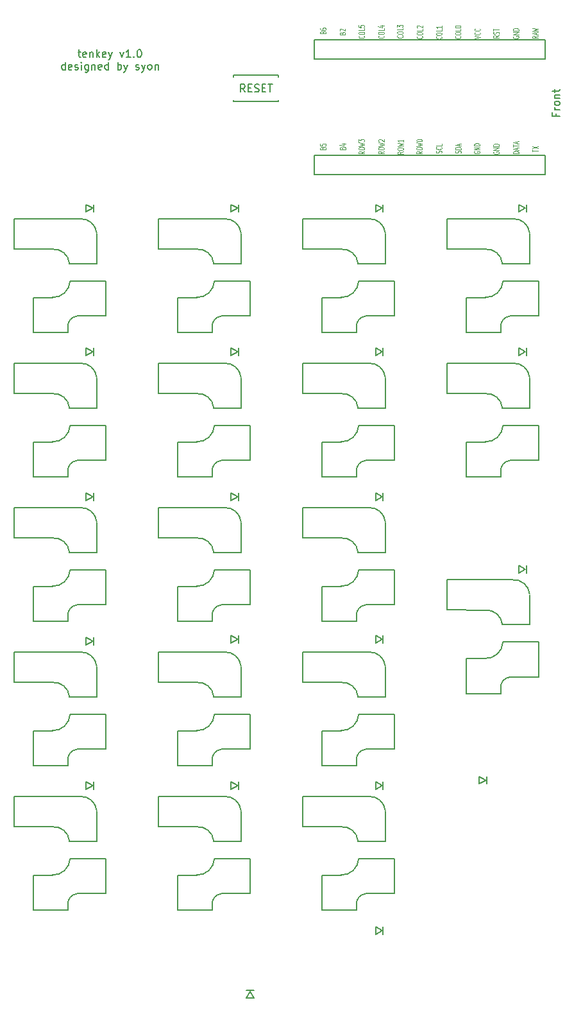
<source format=gto>
G04 #@! TF.GenerationSoftware,KiCad,Pcbnew,(5.1.2-1)-1*
G04 #@! TF.CreationDate,2019-06-16T18:53:01+09:00*
G04 #@! TF.ProjectId,tenkey,74656e6b-6579-42e6-9b69-6361645f7063,rev?*
G04 #@! TF.SameCoordinates,Original*
G04 #@! TF.FileFunction,Legend,Top*
G04 #@! TF.FilePolarity,Positive*
%FSLAX46Y46*%
G04 Gerber Fmt 4.6, Leading zero omitted, Abs format (unit mm)*
G04 Created by KiCad (PCBNEW (5.1.2-1)-1) date 2019-06-16 18:53:01*
%MOMM*%
%LPD*%
G04 APERTURE LIST*
%ADD10C,0.150000*%
%ADD11C,0.125000*%
G04 APERTURE END LIST*
D10*
X60761904Y-47410714D02*
X61142857Y-47410714D01*
X60904761Y-47077380D02*
X60904761Y-47934523D01*
X60952380Y-48029761D01*
X61047619Y-48077380D01*
X61142857Y-48077380D01*
X61857142Y-48029761D02*
X61761904Y-48077380D01*
X61571428Y-48077380D01*
X61476190Y-48029761D01*
X61428571Y-47934523D01*
X61428571Y-47553571D01*
X61476190Y-47458333D01*
X61571428Y-47410714D01*
X61761904Y-47410714D01*
X61857142Y-47458333D01*
X61904761Y-47553571D01*
X61904761Y-47648809D01*
X61428571Y-47744047D01*
X62333333Y-47410714D02*
X62333333Y-48077380D01*
X62333333Y-47505952D02*
X62380952Y-47458333D01*
X62476190Y-47410714D01*
X62619047Y-47410714D01*
X62714285Y-47458333D01*
X62761904Y-47553571D01*
X62761904Y-48077380D01*
X63238095Y-48077380D02*
X63238095Y-47077380D01*
X63333333Y-47696428D02*
X63619047Y-48077380D01*
X63619047Y-47410714D02*
X63238095Y-47791666D01*
X64428571Y-48029761D02*
X64333333Y-48077380D01*
X64142857Y-48077380D01*
X64047619Y-48029761D01*
X64000000Y-47934523D01*
X64000000Y-47553571D01*
X64047619Y-47458333D01*
X64142857Y-47410714D01*
X64333333Y-47410714D01*
X64428571Y-47458333D01*
X64476190Y-47553571D01*
X64476190Y-47648809D01*
X64000000Y-47744047D01*
X64809523Y-47410714D02*
X65047619Y-48077380D01*
X65285714Y-47410714D02*
X65047619Y-48077380D01*
X64952380Y-48315476D01*
X64904761Y-48363095D01*
X64809523Y-48410714D01*
X66333333Y-47410714D02*
X66571428Y-48077380D01*
X66809523Y-47410714D01*
X67714285Y-48077380D02*
X67142857Y-48077380D01*
X67428571Y-48077380D02*
X67428571Y-47077380D01*
X67333333Y-47220238D01*
X67238095Y-47315476D01*
X67142857Y-47363095D01*
X68142857Y-47982142D02*
X68190476Y-48029761D01*
X68142857Y-48077380D01*
X68095238Y-48029761D01*
X68142857Y-47982142D01*
X68142857Y-48077380D01*
X68809523Y-47077380D02*
X68904761Y-47077380D01*
X69000000Y-47125000D01*
X69047619Y-47172619D01*
X69095238Y-47267857D01*
X69142857Y-47458333D01*
X69142857Y-47696428D01*
X69095238Y-47886904D01*
X69047619Y-47982142D01*
X69000000Y-48029761D01*
X68904761Y-48077380D01*
X68809523Y-48077380D01*
X68714285Y-48029761D01*
X68666666Y-47982142D01*
X68619047Y-47886904D01*
X68571428Y-47696428D01*
X68571428Y-47458333D01*
X68619047Y-47267857D01*
X68666666Y-47172619D01*
X68714285Y-47125000D01*
X68809523Y-47077380D01*
X59071428Y-49727380D02*
X59071428Y-48727380D01*
X59071428Y-49679761D02*
X58976190Y-49727380D01*
X58785714Y-49727380D01*
X58690476Y-49679761D01*
X58642857Y-49632142D01*
X58595238Y-49536904D01*
X58595238Y-49251190D01*
X58642857Y-49155952D01*
X58690476Y-49108333D01*
X58785714Y-49060714D01*
X58976190Y-49060714D01*
X59071428Y-49108333D01*
X59928571Y-49679761D02*
X59833333Y-49727380D01*
X59642857Y-49727380D01*
X59547619Y-49679761D01*
X59500000Y-49584523D01*
X59500000Y-49203571D01*
X59547619Y-49108333D01*
X59642857Y-49060714D01*
X59833333Y-49060714D01*
X59928571Y-49108333D01*
X59976190Y-49203571D01*
X59976190Y-49298809D01*
X59500000Y-49394047D01*
X60357142Y-49679761D02*
X60452380Y-49727380D01*
X60642857Y-49727380D01*
X60738095Y-49679761D01*
X60785714Y-49584523D01*
X60785714Y-49536904D01*
X60738095Y-49441666D01*
X60642857Y-49394047D01*
X60500000Y-49394047D01*
X60404761Y-49346428D01*
X60357142Y-49251190D01*
X60357142Y-49203571D01*
X60404761Y-49108333D01*
X60500000Y-49060714D01*
X60642857Y-49060714D01*
X60738095Y-49108333D01*
X61214285Y-49727380D02*
X61214285Y-49060714D01*
X61214285Y-48727380D02*
X61166666Y-48775000D01*
X61214285Y-48822619D01*
X61261904Y-48775000D01*
X61214285Y-48727380D01*
X61214285Y-48822619D01*
X62119047Y-49060714D02*
X62119047Y-49870238D01*
X62071428Y-49965476D01*
X62023809Y-50013095D01*
X61928571Y-50060714D01*
X61785714Y-50060714D01*
X61690476Y-50013095D01*
X62119047Y-49679761D02*
X62023809Y-49727380D01*
X61833333Y-49727380D01*
X61738095Y-49679761D01*
X61690476Y-49632142D01*
X61642857Y-49536904D01*
X61642857Y-49251190D01*
X61690476Y-49155952D01*
X61738095Y-49108333D01*
X61833333Y-49060714D01*
X62023809Y-49060714D01*
X62119047Y-49108333D01*
X62595238Y-49060714D02*
X62595238Y-49727380D01*
X62595238Y-49155952D02*
X62642857Y-49108333D01*
X62738095Y-49060714D01*
X62880952Y-49060714D01*
X62976190Y-49108333D01*
X63023809Y-49203571D01*
X63023809Y-49727380D01*
X63880952Y-49679761D02*
X63785714Y-49727380D01*
X63595238Y-49727380D01*
X63500000Y-49679761D01*
X63452380Y-49584523D01*
X63452380Y-49203571D01*
X63500000Y-49108333D01*
X63595238Y-49060714D01*
X63785714Y-49060714D01*
X63880952Y-49108333D01*
X63928571Y-49203571D01*
X63928571Y-49298809D01*
X63452380Y-49394047D01*
X64785714Y-49727380D02*
X64785714Y-48727380D01*
X64785714Y-49679761D02*
X64690476Y-49727380D01*
X64500000Y-49727380D01*
X64404761Y-49679761D01*
X64357142Y-49632142D01*
X64309523Y-49536904D01*
X64309523Y-49251190D01*
X64357142Y-49155952D01*
X64404761Y-49108333D01*
X64500000Y-49060714D01*
X64690476Y-49060714D01*
X64785714Y-49108333D01*
X66023809Y-49727380D02*
X66023809Y-48727380D01*
X66023809Y-49108333D02*
X66119047Y-49060714D01*
X66309523Y-49060714D01*
X66404761Y-49108333D01*
X66452380Y-49155952D01*
X66500000Y-49251190D01*
X66500000Y-49536904D01*
X66452380Y-49632142D01*
X66404761Y-49679761D01*
X66309523Y-49727380D01*
X66119047Y-49727380D01*
X66023809Y-49679761D01*
X66833333Y-49060714D02*
X67071428Y-49727380D01*
X67309523Y-49060714D02*
X67071428Y-49727380D01*
X66976190Y-49965476D01*
X66928571Y-50013095D01*
X66833333Y-50060714D01*
X68404761Y-49679761D02*
X68500000Y-49727380D01*
X68690476Y-49727380D01*
X68785714Y-49679761D01*
X68833333Y-49584523D01*
X68833333Y-49536904D01*
X68785714Y-49441666D01*
X68690476Y-49394047D01*
X68547619Y-49394047D01*
X68452380Y-49346428D01*
X68404761Y-49251190D01*
X68404761Y-49203571D01*
X68452380Y-49108333D01*
X68547619Y-49060714D01*
X68690476Y-49060714D01*
X68785714Y-49108333D01*
X69166666Y-49060714D02*
X69404761Y-49727380D01*
X69642857Y-49060714D02*
X69404761Y-49727380D01*
X69309523Y-49965476D01*
X69261904Y-50013095D01*
X69166666Y-50060714D01*
X70166666Y-49727380D02*
X70071428Y-49679761D01*
X70023809Y-49632142D01*
X69976190Y-49536904D01*
X69976190Y-49251190D01*
X70023809Y-49155952D01*
X70071428Y-49108333D01*
X70166666Y-49060714D01*
X70309523Y-49060714D01*
X70404761Y-49108333D01*
X70452380Y-49155952D01*
X70500000Y-49251190D01*
X70500000Y-49536904D01*
X70452380Y-49632142D01*
X70404761Y-49679761D01*
X70309523Y-49727380D01*
X70166666Y-49727380D01*
X70928571Y-49060714D02*
X70928571Y-49727380D01*
X70928571Y-49155952D02*
X70976190Y-49108333D01*
X71071428Y-49060714D01*
X71214285Y-49060714D01*
X71309523Y-49108333D01*
X71357142Y-49203571D01*
X71357142Y-49727380D01*
X81250000Y-53950000D02*
X87250000Y-53950000D01*
X87250000Y-53950000D02*
X87250000Y-53700000D01*
X81250000Y-53950000D02*
X81250000Y-53700000D01*
X81250000Y-50450000D02*
X81250000Y-50700000D01*
X81250000Y-50450000D02*
X87250000Y-50450000D01*
X87250000Y-50450000D02*
X87250000Y-50700000D01*
X62750000Y-68000000D02*
X61850000Y-68500000D01*
X61850000Y-68500000D02*
X61850000Y-67500000D01*
X61850000Y-67500000D02*
X62750000Y-68000000D01*
X62850000Y-68500000D02*
X62850000Y-67500000D01*
X81950000Y-68500000D02*
X81950000Y-67500000D01*
X80950000Y-67500000D02*
X81850000Y-68000000D01*
X80950000Y-68500000D02*
X80950000Y-67500000D01*
X81850000Y-68000000D02*
X80950000Y-68500000D01*
X100950000Y-68000000D02*
X100050000Y-68500000D01*
X100050000Y-68500000D02*
X100050000Y-67500000D01*
X100050000Y-67500000D02*
X100950000Y-68000000D01*
X101050000Y-68500000D02*
X101050000Y-67500000D01*
X119850000Y-68000000D02*
X118950000Y-68500000D01*
X118950000Y-68500000D02*
X118950000Y-67500000D01*
X118950000Y-67500000D02*
X119850000Y-68000000D01*
X119950000Y-68500000D02*
X119950000Y-67500000D01*
X62750000Y-86960000D02*
X61850000Y-87460000D01*
X61850000Y-87460000D02*
X61850000Y-86460000D01*
X61850000Y-86460000D02*
X62750000Y-86960000D01*
X62850000Y-87460000D02*
X62850000Y-86460000D01*
X81950000Y-87460000D02*
X81950000Y-86460000D01*
X80950000Y-86460000D02*
X81850000Y-86960000D01*
X80950000Y-87460000D02*
X80950000Y-86460000D01*
X81850000Y-86960000D02*
X80950000Y-87460000D01*
X101050000Y-87460000D02*
X101050000Y-86460000D01*
X100050000Y-86460000D02*
X100950000Y-86960000D01*
X100050000Y-87460000D02*
X100050000Y-86460000D01*
X100950000Y-86960000D02*
X100050000Y-87460000D01*
X119950000Y-87460000D02*
X119950000Y-86460000D01*
X118950000Y-86460000D02*
X119850000Y-86960000D01*
X118950000Y-87460000D02*
X118950000Y-86460000D01*
X119850000Y-86960000D02*
X118950000Y-87460000D01*
X62750000Y-106080000D02*
X61850000Y-106580000D01*
X61850000Y-106580000D02*
X61850000Y-105580000D01*
X61850000Y-105580000D02*
X62750000Y-106080000D01*
X62850000Y-106580000D02*
X62850000Y-105580000D01*
X81950000Y-106580000D02*
X81950000Y-105580000D01*
X80950000Y-105580000D02*
X81850000Y-106080000D01*
X80950000Y-106580000D02*
X80950000Y-105580000D01*
X81850000Y-106080000D02*
X80950000Y-106580000D01*
X100950000Y-106080000D02*
X100050000Y-106580000D01*
X100050000Y-106580000D02*
X100050000Y-105580000D01*
X100050000Y-105580000D02*
X100950000Y-106080000D01*
X101050000Y-106580000D02*
X101050000Y-105580000D01*
X119950000Y-116100000D02*
X119950000Y-115100000D01*
X118950000Y-115100000D02*
X119850000Y-115600000D01*
X118950000Y-116100000D02*
X118950000Y-115100000D01*
X119850000Y-115600000D02*
X118950000Y-116100000D01*
X62750000Y-125130000D02*
X61850000Y-125630000D01*
X61850000Y-125630000D02*
X61850000Y-124630000D01*
X61850000Y-124630000D02*
X62750000Y-125130000D01*
X62850000Y-125630000D02*
X62850000Y-124630000D01*
X81950000Y-125376000D02*
X81950000Y-124376000D01*
X80950000Y-124376000D02*
X81850000Y-124876000D01*
X80950000Y-125376000D02*
X80950000Y-124376000D01*
X81850000Y-124876000D02*
X80950000Y-125376000D01*
X100950000Y-124876000D02*
X100050000Y-125376000D01*
X100050000Y-125376000D02*
X100050000Y-124376000D01*
X100050000Y-124376000D02*
X100950000Y-124876000D01*
X101050000Y-125376000D02*
X101050000Y-124376000D01*
X62850000Y-144680000D02*
X62850000Y-143680000D01*
X61850000Y-143680000D02*
X62750000Y-144180000D01*
X61850000Y-144680000D02*
X61850000Y-143680000D01*
X62750000Y-144180000D02*
X61850000Y-144680000D01*
X81850000Y-144180000D02*
X80950000Y-144680000D01*
X80950000Y-144680000D02*
X80950000Y-143680000D01*
X80950000Y-143680000D02*
X81850000Y-144180000D01*
X81950000Y-144680000D02*
X81950000Y-143680000D01*
X101050000Y-144680000D02*
X101050000Y-143680000D01*
X100050000Y-143680000D02*
X100950000Y-144180000D01*
X100050000Y-144680000D02*
X100050000Y-143680000D01*
X100950000Y-144180000D02*
X100050000Y-144680000D01*
X114650000Y-143450000D02*
X113750000Y-143950000D01*
X113750000Y-143950000D02*
X113750000Y-142950000D01*
X113750000Y-142950000D02*
X114650000Y-143450000D01*
X114750000Y-143950000D02*
X114750000Y-142950000D01*
X84000000Y-171200000D02*
X83000000Y-171200000D01*
X83000000Y-172200000D02*
X83500000Y-171300000D01*
X84000000Y-172200000D02*
X83000000Y-172200000D01*
X83500000Y-171300000D02*
X84000000Y-172200000D01*
X100950000Y-163300000D02*
X100050000Y-163800000D01*
X100050000Y-163800000D02*
X100050000Y-162800000D01*
X100050000Y-162800000D02*
X100950000Y-163300000D01*
X101050000Y-163800000D02*
X101050000Y-162800000D01*
X59430000Y-83700000D02*
X59430000Y-84400000D01*
X59430000Y-83650000D02*
G75*
G02X60650000Y-82230000I1320000J100000D01*
G01*
X59720000Y-77600000D02*
G75*
G02X57350000Y-79770000I-2270000J100000D01*
G01*
X64425000Y-77600000D02*
X64450000Y-82200000D01*
X54850000Y-79800000D02*
X54850000Y-84400000D01*
X60650000Y-82225000D02*
X64425000Y-82225000D01*
X59725000Y-77575000D02*
X64425000Y-77575000D01*
X54875000Y-79775000D02*
X57425000Y-79775000D01*
X54875000Y-84425000D02*
X59425000Y-84425000D01*
X59635000Y-75280000D02*
G75*
G03X57375000Y-73400000I-2070000J-190000D01*
G01*
X63239000Y-71280000D02*
G75*
G03X60975000Y-69396000I-2074000J-190000D01*
G01*
X52350000Y-73350000D02*
X57400000Y-73396000D01*
X52350000Y-73304000D02*
X52350000Y-69396000D01*
X52350000Y-69396000D02*
X60975000Y-69396000D01*
X63250000Y-71350000D02*
X63250000Y-75295000D01*
X63250000Y-75304000D02*
X59640000Y-75304000D01*
X78480000Y-83700000D02*
X78480000Y-84400000D01*
X78480000Y-83650000D02*
G75*
G02X79700000Y-82230000I1320000J100000D01*
G01*
X78770000Y-77600000D02*
G75*
G02X76400000Y-79770000I-2270000J100000D01*
G01*
X83475000Y-77600000D02*
X83500000Y-82200000D01*
X73900000Y-79800000D02*
X73900000Y-84400000D01*
X79700000Y-82225000D02*
X83475000Y-82225000D01*
X78775000Y-77575000D02*
X83475000Y-77575000D01*
X73925000Y-79775000D02*
X76475000Y-79775000D01*
X73925000Y-84425000D02*
X78475000Y-84425000D01*
X78685000Y-75280000D02*
G75*
G03X76425000Y-73400000I-2070000J-190000D01*
G01*
X82289000Y-71280000D02*
G75*
G03X80025000Y-69396000I-2074000J-190000D01*
G01*
X71400000Y-73350000D02*
X76450000Y-73396000D01*
X71400000Y-73304000D02*
X71400000Y-69396000D01*
X71400000Y-69396000D02*
X80025000Y-69396000D01*
X82300000Y-71350000D02*
X82300000Y-75295000D01*
X82300000Y-75304000D02*
X78690000Y-75304000D01*
X97530000Y-83700000D02*
X97530000Y-84400000D01*
X97530000Y-83650000D02*
G75*
G02X98750000Y-82230000I1320000J100000D01*
G01*
X97820000Y-77600000D02*
G75*
G02X95450000Y-79770000I-2270000J100000D01*
G01*
X102525000Y-77600000D02*
X102550000Y-82200000D01*
X92950000Y-79800000D02*
X92950000Y-84400000D01*
X98750000Y-82225000D02*
X102525000Y-82225000D01*
X97825000Y-77575000D02*
X102525000Y-77575000D01*
X92975000Y-79775000D02*
X95525000Y-79775000D01*
X92975000Y-84425000D02*
X97525000Y-84425000D01*
X97735000Y-75280000D02*
G75*
G03X95475000Y-73400000I-2070000J-190000D01*
G01*
X101339000Y-71280000D02*
G75*
G03X99075000Y-69396000I-2074000J-190000D01*
G01*
X90450000Y-73350000D02*
X95500000Y-73396000D01*
X90450000Y-73304000D02*
X90450000Y-69396000D01*
X90450000Y-69396000D02*
X99075000Y-69396000D01*
X101350000Y-71350000D02*
X101350000Y-75295000D01*
X101350000Y-75304000D02*
X97740000Y-75304000D01*
X116580000Y-83700000D02*
X116580000Y-84400000D01*
X116580000Y-83650000D02*
G75*
G02X117800000Y-82230000I1320000J100000D01*
G01*
X116870000Y-77600000D02*
G75*
G02X114500000Y-79770000I-2270000J100000D01*
G01*
X121575000Y-77600000D02*
X121600000Y-82200000D01*
X112000000Y-79800000D02*
X112000000Y-84400000D01*
X117800000Y-82225000D02*
X121575000Y-82225000D01*
X116875000Y-77575000D02*
X121575000Y-77575000D01*
X112025000Y-79775000D02*
X114575000Y-79775000D01*
X112025000Y-84425000D02*
X116575000Y-84425000D01*
X116785000Y-75280000D02*
G75*
G03X114525000Y-73400000I-2070000J-190000D01*
G01*
X120389000Y-71280000D02*
G75*
G03X118125000Y-69396000I-2074000J-190000D01*
G01*
X109500000Y-73350000D02*
X114550000Y-73396000D01*
X109500000Y-73304000D02*
X109500000Y-69396000D01*
X109500000Y-69396000D02*
X118125000Y-69396000D01*
X120400000Y-71350000D02*
X120400000Y-75295000D01*
X120400000Y-75304000D02*
X116790000Y-75304000D01*
X59430000Y-102750000D02*
X59430000Y-103450000D01*
X59430000Y-102700000D02*
G75*
G02X60650000Y-101280000I1320000J100000D01*
G01*
X59720000Y-96650000D02*
G75*
G02X57350000Y-98820000I-2270000J100000D01*
G01*
X64425000Y-96650000D02*
X64450000Y-101250000D01*
X54850000Y-98850000D02*
X54850000Y-103450000D01*
X60650000Y-101275000D02*
X64425000Y-101275000D01*
X59725000Y-96625000D02*
X64425000Y-96625000D01*
X54875000Y-98825000D02*
X57425000Y-98825000D01*
X54875000Y-103475000D02*
X59425000Y-103475000D01*
X59635000Y-94330000D02*
G75*
G03X57375000Y-92450000I-2070000J-190000D01*
G01*
X63239000Y-90330000D02*
G75*
G03X60975000Y-88446000I-2074000J-190000D01*
G01*
X52350000Y-92400000D02*
X57400000Y-92446000D01*
X52350000Y-92354000D02*
X52350000Y-88446000D01*
X52350000Y-88446000D02*
X60975000Y-88446000D01*
X63250000Y-90400000D02*
X63250000Y-94345000D01*
X63250000Y-94354000D02*
X59640000Y-94354000D01*
X78480000Y-102750000D02*
X78480000Y-103450000D01*
X78480000Y-102700000D02*
G75*
G02X79700000Y-101280000I1320000J100000D01*
G01*
X78770000Y-96650000D02*
G75*
G02X76400000Y-98820000I-2270000J100000D01*
G01*
X83475000Y-96650000D02*
X83500000Y-101250000D01*
X73900000Y-98850000D02*
X73900000Y-103450000D01*
X79700000Y-101275000D02*
X83475000Y-101275000D01*
X78775000Y-96625000D02*
X83475000Y-96625000D01*
X73925000Y-98825000D02*
X76475000Y-98825000D01*
X73925000Y-103475000D02*
X78475000Y-103475000D01*
X78685000Y-94330000D02*
G75*
G03X76425000Y-92450000I-2070000J-190000D01*
G01*
X82289000Y-90330000D02*
G75*
G03X80025000Y-88446000I-2074000J-190000D01*
G01*
X71400000Y-92400000D02*
X76450000Y-92446000D01*
X71400000Y-92354000D02*
X71400000Y-88446000D01*
X71400000Y-88446000D02*
X80025000Y-88446000D01*
X82300000Y-90400000D02*
X82300000Y-94345000D01*
X82300000Y-94354000D02*
X78690000Y-94354000D01*
X101350000Y-94354000D02*
X97740000Y-94354000D01*
X101350000Y-90400000D02*
X101350000Y-94345000D01*
X90450000Y-88446000D02*
X99075000Y-88446000D01*
X90450000Y-92354000D02*
X90450000Y-88446000D01*
X90450000Y-92400000D02*
X95500000Y-92446000D01*
X101339000Y-90330000D02*
G75*
G03X99075000Y-88446000I-2074000J-190000D01*
G01*
X97735000Y-94330000D02*
G75*
G03X95475000Y-92450000I-2070000J-190000D01*
G01*
X92975000Y-103475000D02*
X97525000Y-103475000D01*
X92975000Y-98825000D02*
X95525000Y-98825000D01*
X97825000Y-96625000D02*
X102525000Y-96625000D01*
X98750000Y-101275000D02*
X102525000Y-101275000D01*
X92950000Y-98850000D02*
X92950000Y-103450000D01*
X102525000Y-96650000D02*
X102550000Y-101250000D01*
X97820000Y-96650000D02*
G75*
G02X95450000Y-98820000I-2270000J100000D01*
G01*
X97530000Y-102700000D02*
G75*
G02X98750000Y-101280000I1320000J100000D01*
G01*
X97530000Y-102750000D02*
X97530000Y-103450000D01*
X116580000Y-102750000D02*
X116580000Y-103450000D01*
X116580000Y-102700000D02*
G75*
G02X117800000Y-101280000I1320000J100000D01*
G01*
X116870000Y-96650000D02*
G75*
G02X114500000Y-98820000I-2270000J100000D01*
G01*
X121575000Y-96650000D02*
X121600000Y-101250000D01*
X112000000Y-98850000D02*
X112000000Y-103450000D01*
X117800000Y-101275000D02*
X121575000Y-101275000D01*
X116875000Y-96625000D02*
X121575000Y-96625000D01*
X112025000Y-98825000D02*
X114575000Y-98825000D01*
X112025000Y-103475000D02*
X116575000Y-103475000D01*
X116785000Y-94330000D02*
G75*
G03X114525000Y-92450000I-2070000J-190000D01*
G01*
X120389000Y-90330000D02*
G75*
G03X118125000Y-88446000I-2074000J-190000D01*
G01*
X109500000Y-92400000D02*
X114550000Y-92446000D01*
X109500000Y-92354000D02*
X109500000Y-88446000D01*
X109500000Y-88446000D02*
X118125000Y-88446000D01*
X120400000Y-90400000D02*
X120400000Y-94345000D01*
X120400000Y-94354000D02*
X116790000Y-94354000D01*
X63250000Y-113404000D02*
X59640000Y-113404000D01*
X63250000Y-109450000D02*
X63250000Y-113395000D01*
X52350000Y-107496000D02*
X60975000Y-107496000D01*
X52350000Y-111404000D02*
X52350000Y-107496000D01*
X52350000Y-111450000D02*
X57400000Y-111496000D01*
X63239000Y-109380000D02*
G75*
G03X60975000Y-107496000I-2074000J-190000D01*
G01*
X59635000Y-113380000D02*
G75*
G03X57375000Y-111500000I-2070000J-190000D01*
G01*
X54875000Y-122525000D02*
X59425000Y-122525000D01*
X54875000Y-117875000D02*
X57425000Y-117875000D01*
X59725000Y-115675000D02*
X64425000Y-115675000D01*
X60650000Y-120325000D02*
X64425000Y-120325000D01*
X54850000Y-117900000D02*
X54850000Y-122500000D01*
X64425000Y-115700000D02*
X64450000Y-120300000D01*
X59720000Y-115700000D02*
G75*
G02X57350000Y-117870000I-2270000J100000D01*
G01*
X59430000Y-121750000D02*
G75*
G02X60650000Y-120330000I1320000J100000D01*
G01*
X59430000Y-121800000D02*
X59430000Y-122500000D01*
X78480000Y-121800000D02*
X78480000Y-122500000D01*
X78480000Y-121750000D02*
G75*
G02X79700000Y-120330000I1320000J100000D01*
G01*
X78770000Y-115700000D02*
G75*
G02X76400000Y-117870000I-2270000J100000D01*
G01*
X83475000Y-115700000D02*
X83500000Y-120300000D01*
X73900000Y-117900000D02*
X73900000Y-122500000D01*
X79700000Y-120325000D02*
X83475000Y-120325000D01*
X78775000Y-115675000D02*
X83475000Y-115675000D01*
X73925000Y-117875000D02*
X76475000Y-117875000D01*
X73925000Y-122525000D02*
X78475000Y-122525000D01*
X78685000Y-113380000D02*
G75*
G03X76425000Y-111500000I-2070000J-190000D01*
G01*
X82289000Y-109380000D02*
G75*
G03X80025000Y-107496000I-2074000J-190000D01*
G01*
X71400000Y-111450000D02*
X76450000Y-111496000D01*
X71400000Y-111404000D02*
X71400000Y-107496000D01*
X71400000Y-107496000D02*
X80025000Y-107496000D01*
X82300000Y-109450000D02*
X82300000Y-113395000D01*
X82300000Y-113404000D02*
X78690000Y-113404000D01*
X97530000Y-121800000D02*
X97530000Y-122500000D01*
X97530000Y-121750000D02*
G75*
G02X98750000Y-120330000I1320000J100000D01*
G01*
X97820000Y-115700000D02*
G75*
G02X95450000Y-117870000I-2270000J100000D01*
G01*
X102525000Y-115700000D02*
X102550000Y-120300000D01*
X92950000Y-117900000D02*
X92950000Y-122500000D01*
X98750000Y-120325000D02*
X102525000Y-120325000D01*
X97825000Y-115675000D02*
X102525000Y-115675000D01*
X92975000Y-117875000D02*
X95525000Y-117875000D01*
X92975000Y-122525000D02*
X97525000Y-122525000D01*
X97735000Y-113380000D02*
G75*
G03X95475000Y-111500000I-2070000J-190000D01*
G01*
X101339000Y-109380000D02*
G75*
G03X99075000Y-107496000I-2074000J-190000D01*
G01*
X90450000Y-111450000D02*
X95500000Y-111496000D01*
X90450000Y-111404000D02*
X90450000Y-107496000D01*
X90450000Y-107496000D02*
X99075000Y-107496000D01*
X101350000Y-109450000D02*
X101350000Y-113395000D01*
X101350000Y-113404000D02*
X97740000Y-113404000D01*
X120400000Y-122929000D02*
X116790000Y-122929000D01*
X120400000Y-118975000D02*
X120400000Y-122920000D01*
X109500000Y-117021000D02*
X118125000Y-117021000D01*
X109500000Y-120929000D02*
X109500000Y-117021000D01*
X109500000Y-120975000D02*
X114550000Y-121021000D01*
X120389000Y-118905000D02*
G75*
G03X118125000Y-117021000I-2074000J-190000D01*
G01*
X116785000Y-122905000D02*
G75*
G03X114525000Y-121025000I-2070000J-190000D01*
G01*
X112025000Y-132050000D02*
X116575000Y-132050000D01*
X112025000Y-127400000D02*
X114575000Y-127400000D01*
X116875000Y-125200000D02*
X121575000Y-125200000D01*
X117800000Y-129850000D02*
X121575000Y-129850000D01*
X112000000Y-127425000D02*
X112000000Y-132025000D01*
X121575000Y-125225000D02*
X121600000Y-129825000D01*
X116870000Y-125225000D02*
G75*
G02X114500000Y-127395000I-2270000J100000D01*
G01*
X116580000Y-131275000D02*
G75*
G02X117800000Y-129855000I1320000J100000D01*
G01*
X116580000Y-131325000D02*
X116580000Y-132025000D01*
X63250000Y-132454000D02*
X59640000Y-132454000D01*
X63250000Y-128500000D02*
X63250000Y-132445000D01*
X52350000Y-126546000D02*
X60975000Y-126546000D01*
X52350000Y-130454000D02*
X52350000Y-126546000D01*
X52350000Y-130500000D02*
X57400000Y-130546000D01*
X63239000Y-128430000D02*
G75*
G03X60975000Y-126546000I-2074000J-190000D01*
G01*
X59635000Y-132430000D02*
G75*
G03X57375000Y-130550000I-2070000J-190000D01*
G01*
X54875000Y-141575000D02*
X59425000Y-141575000D01*
X54875000Y-136925000D02*
X57425000Y-136925000D01*
X59725000Y-134725000D02*
X64425000Y-134725000D01*
X60650000Y-139375000D02*
X64425000Y-139375000D01*
X54850000Y-136950000D02*
X54850000Y-141550000D01*
X64425000Y-134750000D02*
X64450000Y-139350000D01*
X59720000Y-134750000D02*
G75*
G02X57350000Y-136920000I-2270000J100000D01*
G01*
X59430000Y-140800000D02*
G75*
G02X60650000Y-139380000I1320000J100000D01*
G01*
X59430000Y-140850000D02*
X59430000Y-141550000D01*
X78480000Y-140850000D02*
X78480000Y-141550000D01*
X78480000Y-140800000D02*
G75*
G02X79700000Y-139380000I1320000J100000D01*
G01*
X78770000Y-134750000D02*
G75*
G02X76400000Y-136920000I-2270000J100000D01*
G01*
X83475000Y-134750000D02*
X83500000Y-139350000D01*
X73900000Y-136950000D02*
X73900000Y-141550000D01*
X79700000Y-139375000D02*
X83475000Y-139375000D01*
X78775000Y-134725000D02*
X83475000Y-134725000D01*
X73925000Y-136925000D02*
X76475000Y-136925000D01*
X73925000Y-141575000D02*
X78475000Y-141575000D01*
X78685000Y-132430000D02*
G75*
G03X76425000Y-130550000I-2070000J-190000D01*
G01*
X82289000Y-128430000D02*
G75*
G03X80025000Y-126546000I-2074000J-190000D01*
G01*
X71400000Y-130500000D02*
X76450000Y-130546000D01*
X71400000Y-130454000D02*
X71400000Y-126546000D01*
X71400000Y-126546000D02*
X80025000Y-126546000D01*
X82300000Y-128500000D02*
X82300000Y-132445000D01*
X82300000Y-132454000D02*
X78690000Y-132454000D01*
X101350000Y-132454000D02*
X97740000Y-132454000D01*
X101350000Y-128500000D02*
X101350000Y-132445000D01*
X90450000Y-126546000D02*
X99075000Y-126546000D01*
X90450000Y-130454000D02*
X90450000Y-126546000D01*
X90450000Y-130500000D02*
X95500000Y-130546000D01*
X101339000Y-128430000D02*
G75*
G03X99075000Y-126546000I-2074000J-190000D01*
G01*
X97735000Y-132430000D02*
G75*
G03X95475000Y-130550000I-2070000J-190000D01*
G01*
X92975000Y-141575000D02*
X97525000Y-141575000D01*
X92975000Y-136925000D02*
X95525000Y-136925000D01*
X97825000Y-134725000D02*
X102525000Y-134725000D01*
X98750000Y-139375000D02*
X102525000Y-139375000D01*
X92950000Y-136950000D02*
X92950000Y-141550000D01*
X102525000Y-134750000D02*
X102550000Y-139350000D01*
X97820000Y-134750000D02*
G75*
G02X95450000Y-136920000I-2270000J100000D01*
G01*
X97530000Y-140800000D02*
G75*
G02X98750000Y-139380000I1320000J100000D01*
G01*
X97530000Y-140850000D02*
X97530000Y-141550000D01*
X63250000Y-151504000D02*
X59640000Y-151504000D01*
X63250000Y-147550000D02*
X63250000Y-151495000D01*
X52350000Y-145596000D02*
X60975000Y-145596000D01*
X52350000Y-149504000D02*
X52350000Y-145596000D01*
X52350000Y-149550000D02*
X57400000Y-149596000D01*
X63239000Y-147480000D02*
G75*
G03X60975000Y-145596000I-2074000J-190000D01*
G01*
X59635000Y-151480000D02*
G75*
G03X57375000Y-149600000I-2070000J-190000D01*
G01*
X54875000Y-160625000D02*
X59425000Y-160625000D01*
X54875000Y-155975000D02*
X57425000Y-155975000D01*
X59725000Y-153775000D02*
X64425000Y-153775000D01*
X60650000Y-158425000D02*
X64425000Y-158425000D01*
X54850000Y-156000000D02*
X54850000Y-160600000D01*
X64425000Y-153800000D02*
X64450000Y-158400000D01*
X59720000Y-153800000D02*
G75*
G02X57350000Y-155970000I-2270000J100000D01*
G01*
X59430000Y-159850000D02*
G75*
G02X60650000Y-158430000I1320000J100000D01*
G01*
X59430000Y-159900000D02*
X59430000Y-160600000D01*
X78480000Y-159900000D02*
X78480000Y-160600000D01*
X78480000Y-159850000D02*
G75*
G02X79700000Y-158430000I1320000J100000D01*
G01*
X78770000Y-153800000D02*
G75*
G02X76400000Y-155970000I-2270000J100000D01*
G01*
X83475000Y-153800000D02*
X83500000Y-158400000D01*
X73900000Y-156000000D02*
X73900000Y-160600000D01*
X79700000Y-158425000D02*
X83475000Y-158425000D01*
X78775000Y-153775000D02*
X83475000Y-153775000D01*
X73925000Y-155975000D02*
X76475000Y-155975000D01*
X73925000Y-160625000D02*
X78475000Y-160625000D01*
X78685000Y-151480000D02*
G75*
G03X76425000Y-149600000I-2070000J-190000D01*
G01*
X82289000Y-147480000D02*
G75*
G03X80025000Y-145596000I-2074000J-190000D01*
G01*
X71400000Y-149550000D02*
X76450000Y-149596000D01*
X71400000Y-149504000D02*
X71400000Y-145596000D01*
X71400000Y-145596000D02*
X80025000Y-145596000D01*
X82300000Y-147550000D02*
X82300000Y-151495000D01*
X82300000Y-151504000D02*
X78690000Y-151504000D01*
X101350000Y-151504000D02*
X97740000Y-151504000D01*
X101350000Y-147550000D02*
X101350000Y-151495000D01*
X90450000Y-145596000D02*
X99075000Y-145596000D01*
X90450000Y-149504000D02*
X90450000Y-145596000D01*
X90450000Y-149550000D02*
X95500000Y-149596000D01*
X101339000Y-147480000D02*
G75*
G03X99075000Y-145596000I-2074000J-190000D01*
G01*
X97735000Y-151480000D02*
G75*
G03X95475000Y-149600000I-2070000J-190000D01*
G01*
X92975000Y-160625000D02*
X97525000Y-160625000D01*
X92975000Y-155975000D02*
X95525000Y-155975000D01*
X97825000Y-153775000D02*
X102525000Y-153775000D01*
X98750000Y-158425000D02*
X102525000Y-158425000D01*
X92950000Y-156000000D02*
X92950000Y-160600000D01*
X102525000Y-153800000D02*
X102550000Y-158400000D01*
X97820000Y-153800000D02*
G75*
G02X95450000Y-155970000I-2270000J100000D01*
G01*
X97530000Y-159850000D02*
G75*
G02X98750000Y-158430000I1320000J100000D01*
G01*
X97530000Y-159900000D02*
X97530000Y-160600000D01*
X91930000Y-61038400D02*
X122410000Y-61038400D01*
X91930000Y-63578400D02*
X91930000Y-61038400D01*
X122410000Y-63578400D02*
X91930000Y-63578400D01*
X122410000Y-61038400D02*
X122410000Y-63578400D01*
X91930000Y-45818400D02*
X122410000Y-45818400D01*
X91930000Y-48358400D02*
X91930000Y-45818400D01*
X122410000Y-48358400D02*
X91930000Y-48358400D01*
X122410000Y-45818400D02*
X122410000Y-48358400D01*
X82797619Y-52652380D02*
X82464285Y-52176190D01*
X82226190Y-52652380D02*
X82226190Y-51652380D01*
X82607142Y-51652380D01*
X82702380Y-51700000D01*
X82750000Y-51747619D01*
X82797619Y-51842857D01*
X82797619Y-51985714D01*
X82750000Y-52080952D01*
X82702380Y-52128571D01*
X82607142Y-52176190D01*
X82226190Y-52176190D01*
X83226190Y-52128571D02*
X83559523Y-52128571D01*
X83702380Y-52652380D02*
X83226190Y-52652380D01*
X83226190Y-51652380D01*
X83702380Y-51652380D01*
X84083333Y-52604761D02*
X84226190Y-52652380D01*
X84464285Y-52652380D01*
X84559523Y-52604761D01*
X84607142Y-52557142D01*
X84654761Y-52461904D01*
X84654761Y-52366666D01*
X84607142Y-52271428D01*
X84559523Y-52223809D01*
X84464285Y-52176190D01*
X84273809Y-52128571D01*
X84178571Y-52080952D01*
X84130952Y-52033333D01*
X84083333Y-51938095D01*
X84083333Y-51842857D01*
X84130952Y-51747619D01*
X84178571Y-51700000D01*
X84273809Y-51652380D01*
X84511904Y-51652380D01*
X84654761Y-51700000D01*
X85083333Y-52128571D02*
X85416666Y-52128571D01*
X85559523Y-52652380D02*
X85083333Y-52652380D01*
X85083333Y-51652380D01*
X85559523Y-51652380D01*
X85845238Y-51652380D02*
X86416666Y-51652380D01*
X86130952Y-52652380D02*
X86130952Y-51652380D01*
D11*
X103699285Y-60532952D02*
X103342142Y-60699619D01*
X103699285Y-60818666D02*
X102949285Y-60818666D01*
X102949285Y-60628190D01*
X102985000Y-60580571D01*
X103020714Y-60556761D01*
X103092142Y-60532952D01*
X103199285Y-60532952D01*
X103270714Y-60556761D01*
X103306428Y-60580571D01*
X103342142Y-60628190D01*
X103342142Y-60818666D01*
X102949285Y-60223428D02*
X102949285Y-60128190D01*
X102985000Y-60080571D01*
X103056428Y-60032952D01*
X103199285Y-60009142D01*
X103449285Y-60009142D01*
X103592142Y-60032952D01*
X103663571Y-60080571D01*
X103699285Y-60128190D01*
X103699285Y-60223428D01*
X103663571Y-60271047D01*
X103592142Y-60318666D01*
X103449285Y-60342476D01*
X103199285Y-60342476D01*
X103056428Y-60318666D01*
X102985000Y-60271047D01*
X102949285Y-60223428D01*
X102949285Y-59842476D02*
X103699285Y-59723428D01*
X103163571Y-59628190D01*
X103699285Y-59532952D01*
X102949285Y-59413904D01*
X103699285Y-58961523D02*
X103699285Y-59247238D01*
X103699285Y-59104380D02*
X102949285Y-59104380D01*
X103056428Y-59152000D01*
X103127857Y-59199619D01*
X103163571Y-59247238D01*
X101079857Y-45249619D02*
X101115571Y-45273428D01*
X101151285Y-45344857D01*
X101151285Y-45392476D01*
X101115571Y-45463904D01*
X101044142Y-45511523D01*
X100972714Y-45535333D01*
X100829857Y-45559142D01*
X100722714Y-45559142D01*
X100579857Y-45535333D01*
X100508428Y-45511523D01*
X100437000Y-45463904D01*
X100401285Y-45392476D01*
X100401285Y-45344857D01*
X100437000Y-45273428D01*
X100472714Y-45249619D01*
X100401285Y-44940095D02*
X100401285Y-44844857D01*
X100437000Y-44797238D01*
X100508428Y-44749619D01*
X100651285Y-44725809D01*
X100901285Y-44725809D01*
X101044142Y-44749619D01*
X101115571Y-44797238D01*
X101151285Y-44844857D01*
X101151285Y-44940095D01*
X101115571Y-44987714D01*
X101044142Y-45035333D01*
X100901285Y-45059142D01*
X100651285Y-45059142D01*
X100508428Y-45035333D01*
X100437000Y-44987714D01*
X100401285Y-44940095D01*
X101151285Y-44273428D02*
X101151285Y-44511523D01*
X100401285Y-44511523D01*
X100651285Y-43892476D02*
X101151285Y-43892476D01*
X100365571Y-44011523D02*
X100901285Y-44130571D01*
X100901285Y-43821047D01*
X101151285Y-60482952D02*
X100794142Y-60649619D01*
X101151285Y-60768666D02*
X100401285Y-60768666D01*
X100401285Y-60578190D01*
X100437000Y-60530571D01*
X100472714Y-60506761D01*
X100544142Y-60482952D01*
X100651285Y-60482952D01*
X100722714Y-60506761D01*
X100758428Y-60530571D01*
X100794142Y-60578190D01*
X100794142Y-60768666D01*
X100401285Y-60173428D02*
X100401285Y-60078190D01*
X100437000Y-60030571D01*
X100508428Y-59982952D01*
X100651285Y-59959142D01*
X100901285Y-59959142D01*
X101044142Y-59982952D01*
X101115571Y-60030571D01*
X101151285Y-60078190D01*
X101151285Y-60173428D01*
X101115571Y-60221047D01*
X101044142Y-60268666D01*
X100901285Y-60292476D01*
X100651285Y-60292476D01*
X100508428Y-60268666D01*
X100437000Y-60221047D01*
X100401285Y-60173428D01*
X100401285Y-59792476D02*
X101151285Y-59673428D01*
X100615571Y-59578190D01*
X101151285Y-59482952D01*
X100401285Y-59363904D01*
X100472714Y-59197238D02*
X100437000Y-59173428D01*
X100401285Y-59125809D01*
X100401285Y-59006761D01*
X100437000Y-58959142D01*
X100472714Y-58935333D01*
X100544142Y-58911523D01*
X100615571Y-58911523D01*
X100722714Y-58935333D01*
X101151285Y-59221047D01*
X101151285Y-58911523D01*
X98484357Y-45249619D02*
X98520071Y-45273428D01*
X98555785Y-45344857D01*
X98555785Y-45392476D01*
X98520071Y-45463904D01*
X98448642Y-45511523D01*
X98377214Y-45535333D01*
X98234357Y-45559142D01*
X98127214Y-45559142D01*
X97984357Y-45535333D01*
X97912928Y-45511523D01*
X97841500Y-45463904D01*
X97805785Y-45392476D01*
X97805785Y-45344857D01*
X97841500Y-45273428D01*
X97877214Y-45249619D01*
X97805785Y-44940095D02*
X97805785Y-44844857D01*
X97841500Y-44797238D01*
X97912928Y-44749619D01*
X98055785Y-44725809D01*
X98305785Y-44725809D01*
X98448642Y-44749619D01*
X98520071Y-44797238D01*
X98555785Y-44844857D01*
X98555785Y-44940095D01*
X98520071Y-44987714D01*
X98448642Y-45035333D01*
X98305785Y-45059142D01*
X98055785Y-45059142D01*
X97912928Y-45035333D01*
X97841500Y-44987714D01*
X97805785Y-44940095D01*
X98555785Y-44273428D02*
X98555785Y-44511523D01*
X97805785Y-44511523D01*
X97805785Y-43868666D02*
X97805785Y-44106761D01*
X98162928Y-44130571D01*
X98127214Y-44106761D01*
X98091500Y-44059142D01*
X98091500Y-43940095D01*
X98127214Y-43892476D01*
X98162928Y-43868666D01*
X98234357Y-43844857D01*
X98412928Y-43844857D01*
X98484357Y-43868666D01*
X98520071Y-43892476D01*
X98555785Y-43940095D01*
X98555785Y-44059142D01*
X98520071Y-44106761D01*
X98484357Y-44130571D01*
X98555785Y-60482952D02*
X98198642Y-60649619D01*
X98555785Y-60768666D02*
X97805785Y-60768666D01*
X97805785Y-60578190D01*
X97841500Y-60530571D01*
X97877214Y-60506761D01*
X97948642Y-60482952D01*
X98055785Y-60482952D01*
X98127214Y-60506761D01*
X98162928Y-60530571D01*
X98198642Y-60578190D01*
X98198642Y-60768666D01*
X97805785Y-60173428D02*
X97805785Y-60078190D01*
X97841500Y-60030571D01*
X97912928Y-59982952D01*
X98055785Y-59959142D01*
X98305785Y-59959142D01*
X98448642Y-59982952D01*
X98520071Y-60030571D01*
X98555785Y-60078190D01*
X98555785Y-60173428D01*
X98520071Y-60221047D01*
X98448642Y-60268666D01*
X98305785Y-60292476D01*
X98055785Y-60292476D01*
X97912928Y-60268666D01*
X97841500Y-60221047D01*
X97805785Y-60173428D01*
X97805785Y-59792476D02*
X98555785Y-59673428D01*
X98020071Y-59578190D01*
X98555785Y-59482952D01*
X97805785Y-59363904D01*
X97805785Y-59221047D02*
X97805785Y-58911523D01*
X98091500Y-59078190D01*
X98091500Y-59006761D01*
X98127214Y-58959142D01*
X98162928Y-58935333D01*
X98234357Y-58911523D01*
X98412928Y-58911523D01*
X98484357Y-58935333D01*
X98520071Y-58959142D01*
X98555785Y-59006761D01*
X98555785Y-59149619D01*
X98520071Y-59197238D01*
X98484357Y-59221047D01*
X95658428Y-44904380D02*
X95694142Y-44832952D01*
X95729857Y-44809142D01*
X95801285Y-44785333D01*
X95908428Y-44785333D01*
X95979857Y-44809142D01*
X96015571Y-44832952D01*
X96051285Y-44880571D01*
X96051285Y-45071047D01*
X95301285Y-45071047D01*
X95301285Y-44904380D01*
X95337000Y-44856761D01*
X95372714Y-44832952D01*
X95444142Y-44809142D01*
X95515571Y-44809142D01*
X95587000Y-44832952D01*
X95622714Y-44856761D01*
X95658428Y-44904380D01*
X95658428Y-45071047D01*
X95372714Y-44594857D02*
X95337000Y-44571047D01*
X95301285Y-44523428D01*
X95301285Y-44404380D01*
X95337000Y-44356761D01*
X95372714Y-44332952D01*
X95444142Y-44309142D01*
X95515571Y-44309142D01*
X95622714Y-44332952D01*
X96051285Y-44618666D01*
X96051285Y-44309142D01*
X95686428Y-60054380D02*
X95722142Y-59982952D01*
X95757857Y-59959142D01*
X95829285Y-59935333D01*
X95936428Y-59935333D01*
X96007857Y-59959142D01*
X96043571Y-59982952D01*
X96079285Y-60030571D01*
X96079285Y-60221047D01*
X95329285Y-60221047D01*
X95329285Y-60054380D01*
X95365000Y-60006761D01*
X95400714Y-59982952D01*
X95472142Y-59959142D01*
X95543571Y-59959142D01*
X95615000Y-59982952D01*
X95650714Y-60006761D01*
X95686428Y-60054380D01*
X95686428Y-60221047D01*
X95579285Y-59506761D02*
X96079285Y-59506761D01*
X95293571Y-59625809D02*
X95829285Y-59744857D01*
X95829285Y-59435333D01*
X93082928Y-60054380D02*
X93118642Y-59982952D01*
X93154357Y-59959142D01*
X93225785Y-59935333D01*
X93332928Y-59935333D01*
X93404357Y-59959142D01*
X93440071Y-59982952D01*
X93475785Y-60030571D01*
X93475785Y-60221047D01*
X92725785Y-60221047D01*
X92725785Y-60054380D01*
X92761500Y-60006761D01*
X92797214Y-59982952D01*
X92868642Y-59959142D01*
X92940071Y-59959142D01*
X93011500Y-59982952D01*
X93047214Y-60006761D01*
X93082928Y-60054380D01*
X93082928Y-60221047D01*
X92725785Y-59482952D02*
X92725785Y-59721047D01*
X93082928Y-59744857D01*
X93047214Y-59721047D01*
X93011500Y-59673428D01*
X93011500Y-59554380D01*
X93047214Y-59506761D01*
X93082928Y-59482952D01*
X93154357Y-59459142D01*
X93332928Y-59459142D01*
X93404357Y-59482952D01*
X93440071Y-59506761D01*
X93475785Y-59554380D01*
X93475785Y-59673428D01*
X93440071Y-59721047D01*
X93404357Y-59744857D01*
X93108428Y-44804380D02*
X93144142Y-44732952D01*
X93179857Y-44709142D01*
X93251285Y-44685333D01*
X93358428Y-44685333D01*
X93429857Y-44709142D01*
X93465571Y-44732952D01*
X93501285Y-44780571D01*
X93501285Y-44971047D01*
X92751285Y-44971047D01*
X92751285Y-44804380D01*
X92787000Y-44756761D01*
X92822714Y-44732952D01*
X92894142Y-44709142D01*
X92965571Y-44709142D01*
X93037000Y-44732952D01*
X93072714Y-44756761D01*
X93108428Y-44804380D01*
X93108428Y-44971047D01*
X92751285Y-44256761D02*
X92751285Y-44352000D01*
X92787000Y-44399619D01*
X92822714Y-44423428D01*
X92929857Y-44471047D01*
X93072714Y-44494857D01*
X93358428Y-44494857D01*
X93429857Y-44471047D01*
X93465571Y-44447238D01*
X93501285Y-44399619D01*
X93501285Y-44304380D01*
X93465571Y-44256761D01*
X93429857Y-44232952D01*
X93358428Y-44209142D01*
X93179857Y-44209142D01*
X93108428Y-44232952D01*
X93072714Y-44256761D01*
X93037000Y-44304380D01*
X93037000Y-44399619D01*
X93072714Y-44447238D01*
X93108428Y-44471047D01*
X93179857Y-44494857D01*
X111229857Y-45299619D02*
X111265571Y-45323428D01*
X111301285Y-45394857D01*
X111301285Y-45442476D01*
X111265571Y-45513904D01*
X111194142Y-45561523D01*
X111122714Y-45585333D01*
X110979857Y-45609142D01*
X110872714Y-45609142D01*
X110729857Y-45585333D01*
X110658428Y-45561523D01*
X110587000Y-45513904D01*
X110551285Y-45442476D01*
X110551285Y-45394857D01*
X110587000Y-45323428D01*
X110622714Y-45299619D01*
X110551285Y-44990095D02*
X110551285Y-44894857D01*
X110587000Y-44847238D01*
X110658428Y-44799619D01*
X110801285Y-44775809D01*
X111051285Y-44775809D01*
X111194142Y-44799619D01*
X111265571Y-44847238D01*
X111301285Y-44894857D01*
X111301285Y-44990095D01*
X111265571Y-45037714D01*
X111194142Y-45085333D01*
X111051285Y-45109142D01*
X110801285Y-45109142D01*
X110658428Y-45085333D01*
X110587000Y-45037714D01*
X110551285Y-44990095D01*
X111301285Y-44323428D02*
X111301285Y-44561523D01*
X110551285Y-44561523D01*
X110551285Y-44061523D02*
X110551285Y-44013904D01*
X110587000Y-43966285D01*
X110622714Y-43942476D01*
X110694142Y-43918666D01*
X110837000Y-43894857D01*
X111015571Y-43894857D01*
X111158428Y-43918666D01*
X111229857Y-43942476D01*
X111265571Y-43966285D01*
X111301285Y-44013904D01*
X111301285Y-44061523D01*
X111265571Y-44109142D01*
X111229857Y-44132952D01*
X111158428Y-44156761D01*
X111015571Y-44180571D01*
X110837000Y-44180571D01*
X110694142Y-44156761D01*
X110622714Y-44132952D01*
X110587000Y-44109142D01*
X110551285Y-44061523D01*
X111283571Y-60720142D02*
X111319285Y-60648714D01*
X111319285Y-60529666D01*
X111283571Y-60482047D01*
X111247857Y-60458238D01*
X111176428Y-60434428D01*
X111105000Y-60434428D01*
X111033571Y-60458238D01*
X110997857Y-60482047D01*
X110962142Y-60529666D01*
X110926428Y-60624904D01*
X110890714Y-60672523D01*
X110855000Y-60696333D01*
X110783571Y-60720142D01*
X110712142Y-60720142D01*
X110640714Y-60696333D01*
X110605000Y-60672523D01*
X110569285Y-60624904D01*
X110569285Y-60505857D01*
X110605000Y-60434428D01*
X111319285Y-60220142D02*
X110569285Y-60220142D01*
X110569285Y-60101095D01*
X110605000Y-60029666D01*
X110676428Y-59982047D01*
X110747857Y-59958238D01*
X110890714Y-59934428D01*
X110997857Y-59934428D01*
X111140714Y-59958238D01*
X111212142Y-59982047D01*
X111283571Y-60029666D01*
X111319285Y-60101095D01*
X111319285Y-60220142D01*
X111105000Y-59743952D02*
X111105000Y-59505857D01*
X111319285Y-59791571D02*
X110569285Y-59624904D01*
X111319285Y-59458238D01*
X108707857Y-45349619D02*
X108743571Y-45373428D01*
X108779285Y-45444857D01*
X108779285Y-45492476D01*
X108743571Y-45563904D01*
X108672142Y-45611523D01*
X108600714Y-45635333D01*
X108457857Y-45659142D01*
X108350714Y-45659142D01*
X108207857Y-45635333D01*
X108136428Y-45611523D01*
X108065000Y-45563904D01*
X108029285Y-45492476D01*
X108029285Y-45444857D01*
X108065000Y-45373428D01*
X108100714Y-45349619D01*
X108029285Y-45040095D02*
X108029285Y-44944857D01*
X108065000Y-44897238D01*
X108136428Y-44849619D01*
X108279285Y-44825809D01*
X108529285Y-44825809D01*
X108672142Y-44849619D01*
X108743571Y-44897238D01*
X108779285Y-44944857D01*
X108779285Y-45040095D01*
X108743571Y-45087714D01*
X108672142Y-45135333D01*
X108529285Y-45159142D01*
X108279285Y-45159142D01*
X108136428Y-45135333D01*
X108065000Y-45087714D01*
X108029285Y-45040095D01*
X108779285Y-44373428D02*
X108779285Y-44611523D01*
X108029285Y-44611523D01*
X108779285Y-43944857D02*
X108779285Y-44230571D01*
X108779285Y-44087714D02*
X108029285Y-44087714D01*
X108136428Y-44135333D01*
X108207857Y-44182952D01*
X108243571Y-44230571D01*
X108743571Y-60708238D02*
X108779285Y-60636809D01*
X108779285Y-60517761D01*
X108743571Y-60470142D01*
X108707857Y-60446333D01*
X108636428Y-60422523D01*
X108565000Y-60422523D01*
X108493571Y-60446333D01*
X108457857Y-60470142D01*
X108422142Y-60517761D01*
X108386428Y-60613000D01*
X108350714Y-60660619D01*
X108315000Y-60684428D01*
X108243571Y-60708238D01*
X108172142Y-60708238D01*
X108100714Y-60684428D01*
X108065000Y-60660619D01*
X108029285Y-60613000D01*
X108029285Y-60493952D01*
X108065000Y-60422523D01*
X108707857Y-59922523D02*
X108743571Y-59946333D01*
X108779285Y-60017761D01*
X108779285Y-60065380D01*
X108743571Y-60136809D01*
X108672142Y-60184428D01*
X108600714Y-60208238D01*
X108457857Y-60232047D01*
X108350714Y-60232047D01*
X108207857Y-60208238D01*
X108136428Y-60184428D01*
X108065000Y-60136809D01*
X108029285Y-60065380D01*
X108029285Y-60017761D01*
X108065000Y-59946333D01*
X108100714Y-59922523D01*
X108779285Y-59470142D02*
X108779285Y-59708238D01*
X108029285Y-59708238D01*
X106167857Y-45299619D02*
X106203571Y-45323428D01*
X106239285Y-45394857D01*
X106239285Y-45442476D01*
X106203571Y-45513904D01*
X106132142Y-45561523D01*
X106060714Y-45585333D01*
X105917857Y-45609142D01*
X105810714Y-45609142D01*
X105667857Y-45585333D01*
X105596428Y-45561523D01*
X105525000Y-45513904D01*
X105489285Y-45442476D01*
X105489285Y-45394857D01*
X105525000Y-45323428D01*
X105560714Y-45299619D01*
X105489285Y-44990095D02*
X105489285Y-44894857D01*
X105525000Y-44847238D01*
X105596428Y-44799619D01*
X105739285Y-44775809D01*
X105989285Y-44775809D01*
X106132142Y-44799619D01*
X106203571Y-44847238D01*
X106239285Y-44894857D01*
X106239285Y-44990095D01*
X106203571Y-45037714D01*
X106132142Y-45085333D01*
X105989285Y-45109142D01*
X105739285Y-45109142D01*
X105596428Y-45085333D01*
X105525000Y-45037714D01*
X105489285Y-44990095D01*
X106239285Y-44323428D02*
X106239285Y-44561523D01*
X105489285Y-44561523D01*
X105560714Y-44180571D02*
X105525000Y-44156761D01*
X105489285Y-44109142D01*
X105489285Y-43990095D01*
X105525000Y-43942476D01*
X105560714Y-43918666D01*
X105632142Y-43894857D01*
X105703571Y-43894857D01*
X105810714Y-43918666D01*
X106239285Y-44204380D01*
X106239285Y-43894857D01*
X106201285Y-60482952D02*
X105844142Y-60649619D01*
X106201285Y-60768666D02*
X105451285Y-60768666D01*
X105451285Y-60578190D01*
X105487000Y-60530571D01*
X105522714Y-60506761D01*
X105594142Y-60482952D01*
X105701285Y-60482952D01*
X105772714Y-60506761D01*
X105808428Y-60530571D01*
X105844142Y-60578190D01*
X105844142Y-60768666D01*
X105451285Y-60173428D02*
X105451285Y-60078190D01*
X105487000Y-60030571D01*
X105558428Y-59982952D01*
X105701285Y-59959142D01*
X105951285Y-59959142D01*
X106094142Y-59982952D01*
X106165571Y-60030571D01*
X106201285Y-60078190D01*
X106201285Y-60173428D01*
X106165571Y-60221047D01*
X106094142Y-60268666D01*
X105951285Y-60292476D01*
X105701285Y-60292476D01*
X105558428Y-60268666D01*
X105487000Y-60221047D01*
X105451285Y-60173428D01*
X105451285Y-59792476D02*
X106201285Y-59673428D01*
X105665571Y-59578190D01*
X106201285Y-59482952D01*
X105451285Y-59363904D01*
X105451285Y-59078190D02*
X105451285Y-59030571D01*
X105487000Y-58982952D01*
X105522714Y-58959142D01*
X105594142Y-58935333D01*
X105737000Y-58911523D01*
X105915571Y-58911523D01*
X106058428Y-58935333D01*
X106129857Y-58959142D01*
X106165571Y-58982952D01*
X106201285Y-59030571D01*
X106201285Y-59078190D01*
X106165571Y-59125809D01*
X106129857Y-59149619D01*
X106058428Y-59173428D01*
X105915571Y-59197238D01*
X105737000Y-59197238D01*
X105594142Y-59173428D01*
X105522714Y-59149619D01*
X105487000Y-59125809D01*
X105451285Y-59078190D01*
X103579857Y-45199619D02*
X103615571Y-45223428D01*
X103651285Y-45294857D01*
X103651285Y-45342476D01*
X103615571Y-45413904D01*
X103544142Y-45461523D01*
X103472714Y-45485333D01*
X103329857Y-45509142D01*
X103222714Y-45509142D01*
X103079857Y-45485333D01*
X103008428Y-45461523D01*
X102937000Y-45413904D01*
X102901285Y-45342476D01*
X102901285Y-45294857D01*
X102937000Y-45223428D01*
X102972714Y-45199619D01*
X102901285Y-44890095D02*
X102901285Y-44794857D01*
X102937000Y-44747238D01*
X103008428Y-44699619D01*
X103151285Y-44675809D01*
X103401285Y-44675809D01*
X103544142Y-44699619D01*
X103615571Y-44747238D01*
X103651285Y-44794857D01*
X103651285Y-44890095D01*
X103615571Y-44937714D01*
X103544142Y-44985333D01*
X103401285Y-45009142D01*
X103151285Y-45009142D01*
X103008428Y-44985333D01*
X102937000Y-44937714D01*
X102901285Y-44890095D01*
X103651285Y-44223428D02*
X103651285Y-44461523D01*
X102901285Y-44461523D01*
X102901285Y-44104380D02*
X102901285Y-43794857D01*
X103187000Y-43961523D01*
X103187000Y-43890095D01*
X103222714Y-43842476D01*
X103258428Y-43818666D01*
X103329857Y-43794857D01*
X103508428Y-43794857D01*
X103579857Y-43818666D01*
X103615571Y-43842476D01*
X103651285Y-43890095D01*
X103651285Y-44032952D01*
X103615571Y-44080571D01*
X103579857Y-44104380D01*
X113081500Y-60493952D02*
X113045785Y-60541571D01*
X113045785Y-60613000D01*
X113081500Y-60684428D01*
X113152928Y-60732047D01*
X113224357Y-60755857D01*
X113367214Y-60779666D01*
X113474357Y-60779666D01*
X113617214Y-60755857D01*
X113688642Y-60732047D01*
X113760071Y-60684428D01*
X113795785Y-60613000D01*
X113795785Y-60565380D01*
X113760071Y-60493952D01*
X113724357Y-60470142D01*
X113474357Y-60470142D01*
X113474357Y-60565380D01*
X113795785Y-60255857D02*
X113045785Y-60255857D01*
X113795785Y-59970142D01*
X113045785Y-59970142D01*
X113795785Y-59732047D02*
X113045785Y-59732047D01*
X113045785Y-59613000D01*
X113081500Y-59541571D01*
X113152928Y-59493952D01*
X113224357Y-59470142D01*
X113367214Y-59446333D01*
X113474357Y-59446333D01*
X113617214Y-59470142D01*
X113688642Y-59493952D01*
X113760071Y-59541571D01*
X113795785Y-59613000D01*
X113795785Y-59732047D01*
X113109285Y-45603166D02*
X113859285Y-45436500D01*
X113109285Y-45269833D01*
X113787857Y-44817452D02*
X113823571Y-44841261D01*
X113859285Y-44912690D01*
X113859285Y-44960309D01*
X113823571Y-45031738D01*
X113752142Y-45079357D01*
X113680714Y-45103166D01*
X113537857Y-45126976D01*
X113430714Y-45126976D01*
X113287857Y-45103166D01*
X113216428Y-45079357D01*
X113145000Y-45031738D01*
X113109285Y-44960309D01*
X113109285Y-44912690D01*
X113145000Y-44841261D01*
X113180714Y-44817452D01*
X113787857Y-44317452D02*
X113823571Y-44341261D01*
X113859285Y-44412690D01*
X113859285Y-44460309D01*
X113823571Y-44531738D01*
X113752142Y-44579357D01*
X113680714Y-44603166D01*
X113537857Y-44626976D01*
X113430714Y-44626976D01*
X113287857Y-44603166D01*
X113216428Y-44579357D01*
X113145000Y-44531738D01*
X113109285Y-44460309D01*
X113109285Y-44412690D01*
X113145000Y-44341261D01*
X113180714Y-44317452D01*
X115621500Y-60557452D02*
X115585785Y-60605071D01*
X115585785Y-60676500D01*
X115621500Y-60747928D01*
X115692928Y-60795547D01*
X115764357Y-60819357D01*
X115907214Y-60843166D01*
X116014357Y-60843166D01*
X116157214Y-60819357D01*
X116228642Y-60795547D01*
X116300071Y-60747928D01*
X116335785Y-60676500D01*
X116335785Y-60628880D01*
X116300071Y-60557452D01*
X116264357Y-60533642D01*
X116014357Y-60533642D01*
X116014357Y-60628880D01*
X116335785Y-60319357D02*
X115585785Y-60319357D01*
X116335785Y-60033642D01*
X115585785Y-60033642D01*
X116335785Y-59795547D02*
X115585785Y-59795547D01*
X115585785Y-59676500D01*
X115621500Y-59605071D01*
X115692928Y-59557452D01*
X115764357Y-59533642D01*
X115907214Y-59509833D01*
X116014357Y-59509833D01*
X116157214Y-59533642D01*
X116228642Y-59557452D01*
X116300071Y-59605071D01*
X116335785Y-59676500D01*
X116335785Y-59795547D01*
X116335785Y-45210309D02*
X115978642Y-45376976D01*
X116335785Y-45496023D02*
X115585785Y-45496023D01*
X115585785Y-45305547D01*
X115621500Y-45257928D01*
X115657214Y-45234119D01*
X115728642Y-45210309D01*
X115835785Y-45210309D01*
X115907214Y-45234119D01*
X115942928Y-45257928D01*
X115978642Y-45305547D01*
X115978642Y-45496023D01*
X116300071Y-45019833D02*
X116335785Y-44948404D01*
X116335785Y-44829357D01*
X116300071Y-44781738D01*
X116264357Y-44757928D01*
X116192928Y-44734119D01*
X116121500Y-44734119D01*
X116050071Y-44757928D01*
X116014357Y-44781738D01*
X115978642Y-44829357D01*
X115942928Y-44924595D01*
X115907214Y-44972214D01*
X115871500Y-44996023D01*
X115800071Y-45019833D01*
X115728642Y-45019833D01*
X115657214Y-44996023D01*
X115621500Y-44972214D01*
X115585785Y-44924595D01*
X115585785Y-44805547D01*
X115621500Y-44734119D01*
X115585785Y-44591261D02*
X115585785Y-44305547D01*
X116335785Y-44448404D02*
X115585785Y-44448404D01*
X118951285Y-60752000D02*
X118201285Y-60752000D01*
X118201285Y-60632952D01*
X118237000Y-60561523D01*
X118308428Y-60513904D01*
X118379857Y-60490095D01*
X118522714Y-60466285D01*
X118629857Y-60466285D01*
X118772714Y-60490095D01*
X118844142Y-60513904D01*
X118915571Y-60561523D01*
X118951285Y-60632952D01*
X118951285Y-60752000D01*
X118737000Y-60275809D02*
X118737000Y-60037714D01*
X118951285Y-60323428D02*
X118201285Y-60156761D01*
X118951285Y-59990095D01*
X118201285Y-59894857D02*
X118201285Y-59609142D01*
X118951285Y-59752000D02*
X118201285Y-59752000D01*
X118737000Y-59466285D02*
X118737000Y-59228190D01*
X118951285Y-59513904D02*
X118201285Y-59347238D01*
X118951285Y-59180571D01*
X118225000Y-45317452D02*
X118189285Y-45365071D01*
X118189285Y-45436500D01*
X118225000Y-45507928D01*
X118296428Y-45555547D01*
X118367857Y-45579357D01*
X118510714Y-45603166D01*
X118617857Y-45603166D01*
X118760714Y-45579357D01*
X118832142Y-45555547D01*
X118903571Y-45507928D01*
X118939285Y-45436500D01*
X118939285Y-45388880D01*
X118903571Y-45317452D01*
X118867857Y-45293642D01*
X118617857Y-45293642D01*
X118617857Y-45388880D01*
X118939285Y-45079357D02*
X118189285Y-45079357D01*
X118939285Y-44793642D01*
X118189285Y-44793642D01*
X118939285Y-44555547D02*
X118189285Y-44555547D01*
X118189285Y-44436500D01*
X118225000Y-44365071D01*
X118296428Y-44317452D01*
X118367857Y-44293642D01*
X118510714Y-44269833D01*
X118617857Y-44269833D01*
X118760714Y-44293642D01*
X118832142Y-44317452D01*
X118903571Y-44365071D01*
X118939285Y-44436500D01*
X118939285Y-44555547D01*
X120729285Y-60532952D02*
X120729285Y-60247238D01*
X121479285Y-60390095D02*
X120729285Y-60390095D01*
X120729285Y-60128190D02*
X121479285Y-59794857D01*
X120729285Y-59794857D02*
X121479285Y-60128190D01*
X121479285Y-45281738D02*
X121122142Y-45448404D01*
X121479285Y-45567452D02*
X120729285Y-45567452D01*
X120729285Y-45376976D01*
X120765000Y-45329357D01*
X120800714Y-45305547D01*
X120872142Y-45281738D01*
X120979285Y-45281738D01*
X121050714Y-45305547D01*
X121086428Y-45329357D01*
X121122142Y-45376976D01*
X121122142Y-45567452D01*
X121265000Y-45091261D02*
X121265000Y-44853166D01*
X121479285Y-45138880D02*
X120729285Y-44972214D01*
X121479285Y-44805547D01*
X120729285Y-44686500D02*
X121479285Y-44567452D01*
X120943571Y-44472214D01*
X121479285Y-44376976D01*
X120729285Y-44257928D01*
D10*
X123840571Y-55509142D02*
X123840571Y-55842476D01*
X124364380Y-55842476D02*
X123364380Y-55842476D01*
X123364380Y-55366285D01*
X124364380Y-54985333D02*
X123697714Y-54985333D01*
X123888190Y-54985333D02*
X123792952Y-54937714D01*
X123745333Y-54890095D01*
X123697714Y-54794857D01*
X123697714Y-54699619D01*
X124364380Y-54223428D02*
X124316761Y-54318666D01*
X124269142Y-54366285D01*
X124173904Y-54413904D01*
X123888190Y-54413904D01*
X123792952Y-54366285D01*
X123745333Y-54318666D01*
X123697714Y-54223428D01*
X123697714Y-54080571D01*
X123745333Y-53985333D01*
X123792952Y-53937714D01*
X123888190Y-53890095D01*
X124173904Y-53890095D01*
X124269142Y-53937714D01*
X124316761Y-53985333D01*
X124364380Y-54080571D01*
X124364380Y-54223428D01*
X123697714Y-53461523D02*
X124364380Y-53461523D01*
X123792952Y-53461523D02*
X123745333Y-53413904D01*
X123697714Y-53318666D01*
X123697714Y-53175809D01*
X123745333Y-53080571D01*
X123840571Y-53032952D01*
X124364380Y-53032952D01*
X123697714Y-52699619D02*
X123697714Y-52318666D01*
X123364380Y-52556761D02*
X124221523Y-52556761D01*
X124316761Y-52509142D01*
X124364380Y-52413904D01*
X124364380Y-52318666D01*
M02*

</source>
